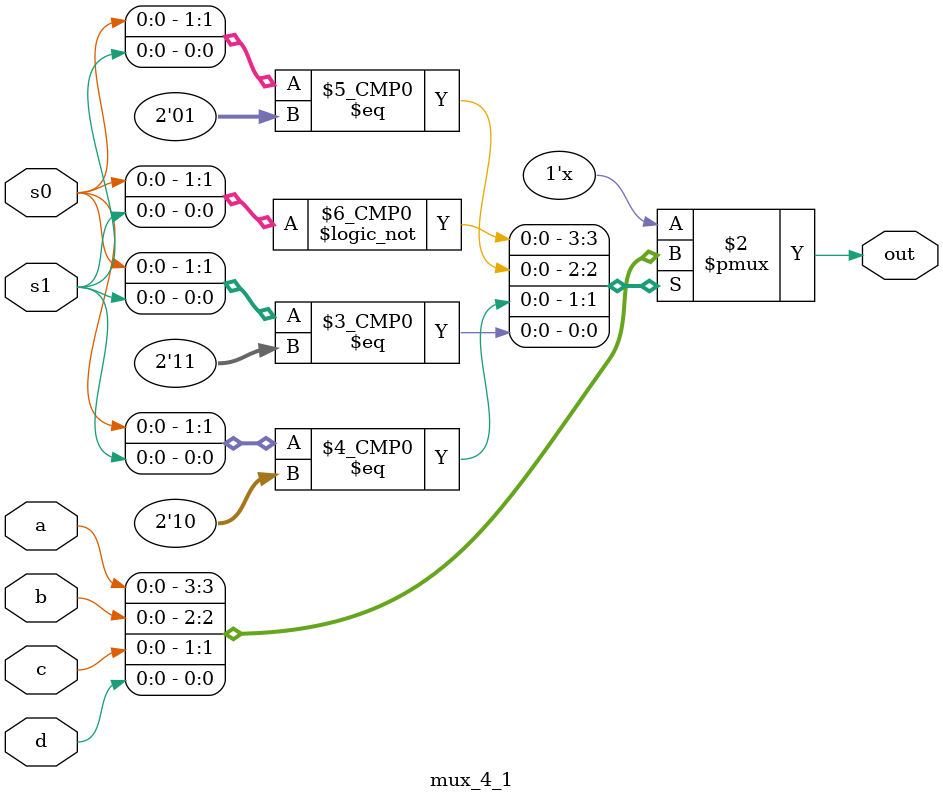
<source format=v>
`timescale 1ns / 1ps


module mux_4_1(a, b, c, d, s0, s1, out);
input a,b,c,d,s0,s1;
output reg out;
always @ (a or b or c or d or s0, s1)
begin

case ({s0,s1})
2'b00 : out = a;
2'b01 : out = b;
2'b10 : out = c;
2'b11 : out = d;
endcase

end
endmodule

</source>
